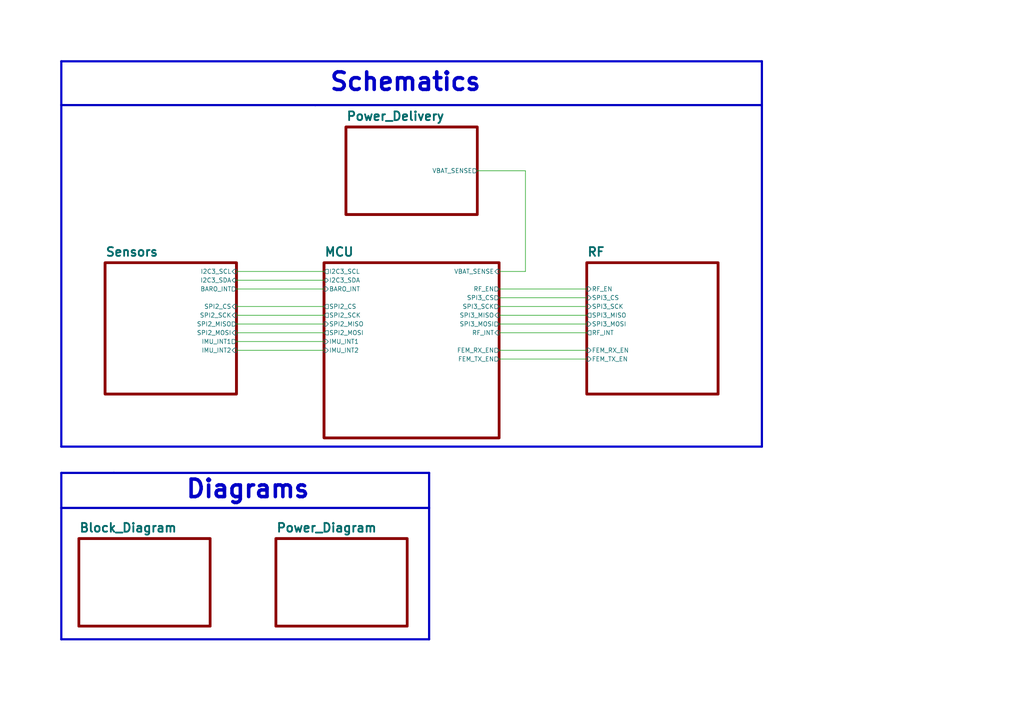
<source format=kicad_sch>
(kicad_sch
	(version 20250114)
	(generator "eeschema")
	(generator_version "9.0")
	(uuid "4a021a95-ba7b-44b1-a18a-6fc4a274b032")
	(paper "A4")
	(title_block
		(title "Budget_FC")
		(date "2025-12-05")
		(rev "A")
		(company "MaD_RaNgA")
	)
	(lib_symbols)
	(text "Schematics"
		(exclude_from_sim no)
		(at 117.602 23.876 0)
		(effects
			(font
				(size 5.08 5.08)
				(thickness 1.016)
				(bold yes)
			)
		)
		(uuid "0c12d7e1-2632-4614-b0da-14a5bfaad830")
	)
	(text "Diagrams"
		(exclude_from_sim no)
		(at 71.882 141.986 0)
		(effects
			(font
				(size 5.08 5.08)
				(thickness 1.016)
				(bold yes)
			)
		)
		(uuid "36e46c02-50e3-493c-8e64-fa1f120e08a8")
	)
	(polyline
		(pts
			(xy 220.98 17.78) (xy 220.98 129.54)
		)
		(stroke
			(width 0.635)
			(type solid)
		)
		(uuid "0618da10-38ff-4059-bed2-868bb52ab80a")
	)
	(polyline
		(pts
			(xy 17.78 30.48) (xy 91.44 30.48)
		)
		(stroke
			(width 0.635)
			(type solid)
		)
		(uuid "06d1e193-511d-4ff9-965e-7470c2440589")
	)
	(wire
		(pts
			(xy 144.78 88.9) (xy 170.18 88.9)
		)
		(stroke
			(width 0)
			(type default)
		)
		(uuid "1dfbce7e-177f-456d-852b-5541a361caa8")
	)
	(wire
		(pts
			(xy 144.78 93.98) (xy 170.18 93.98)
		)
		(stroke
			(width 0)
			(type default)
		)
		(uuid "2011a831-face-4732-983f-372598ab87c4")
	)
	(polyline
		(pts
			(xy 17.78 129.54) (xy 17.78 17.78)
		)
		(stroke
			(width 0.635)
			(type solid)
		)
		(uuid "2c0abcc0-6b49-4802-be31-6436c8ecea44")
	)
	(wire
		(pts
			(xy 144.78 91.44) (xy 170.18 91.44)
		)
		(stroke
			(width 0)
			(type default)
		)
		(uuid "2f030b54-c16d-4c2f-a5cd-ce105e6d1e71")
	)
	(polyline
		(pts
			(xy 17.78 185.42) (xy 124.46 185.42)
		)
		(stroke
			(width 0.635)
			(type solid)
		)
		(uuid "342a727a-7bd2-4301-bd45-321ec48ddced")
	)
	(wire
		(pts
			(xy 68.58 101.6) (xy 93.98 101.6)
		)
		(stroke
			(width 0)
			(type default)
		)
		(uuid "353bc550-fc38-4d90-8f87-4e7bad70a7f0")
	)
	(polyline
		(pts
			(xy 17.78 129.54) (xy 220.98 129.54)
		)
		(stroke
			(width 0.635)
			(type solid)
		)
		(uuid "41cbf218-41ec-4238-943f-a511f867b444")
	)
	(polyline
		(pts
			(xy 33.02 137.16) (xy 124.46 137.16)
		)
		(stroke
			(width 0.635)
			(type solid)
		)
		(uuid "45bc0898-4f44-4eee-8190-7b005700b4b3")
	)
	(wire
		(pts
			(xy 152.4 78.74) (xy 144.78 78.74)
		)
		(stroke
			(width 0)
			(type default)
		)
		(uuid "465cefd0-59d9-4ba2-836f-34ef80958498")
	)
	(wire
		(pts
			(xy 68.58 93.98) (xy 93.98 93.98)
		)
		(stroke
			(width 0)
			(type default)
		)
		(uuid "4f42e4e2-c1ca-46c7-85d7-4d34d00c77ea")
	)
	(polyline
		(pts
			(xy 124.46 185.42) (xy 124.46 137.16)
		)
		(stroke
			(width 0.635)
			(type solid)
		)
		(uuid "5882bb99-6b73-4651-addc-8fe2f76743f8")
	)
	(wire
		(pts
			(xy 144.78 86.36) (xy 170.18 86.36)
		)
		(stroke
			(width 0)
			(type default)
		)
		(uuid "5f9384fc-c8e0-474f-8651-69af2a6a2aaa")
	)
	(wire
		(pts
			(xy 138.43 49.53) (xy 152.4 49.53)
		)
		(stroke
			(width 0)
			(type default)
		)
		(uuid "63e5a019-5783-4efc-af43-51fa86e398fc")
	)
	(wire
		(pts
			(xy 144.78 96.52) (xy 170.18 96.52)
		)
		(stroke
			(width 0)
			(type default)
		)
		(uuid "66498bc4-4080-4c8a-a02b-b1a683680406")
	)
	(wire
		(pts
			(xy 144.78 101.6) (xy 170.18 101.6)
		)
		(stroke
			(width 0)
			(type default)
		)
		(uuid "6b1d402e-d5c6-4ee2-8434-a6c8aa6abaa9")
	)
	(wire
		(pts
			(xy 68.58 83.82) (xy 93.98 83.82)
		)
		(stroke
			(width 0)
			(type default)
		)
		(uuid "81520251-5f33-41a3-8576-77b401a02ce5")
	)
	(wire
		(pts
			(xy 144.78 83.82) (xy 170.18 83.82)
		)
		(stroke
			(width 0)
			(type default)
		)
		(uuid "87622192-a8cb-43a8-a7ee-7dc4b3d4f749")
	)
	(wire
		(pts
			(xy 68.58 99.06) (xy 93.98 99.06)
		)
		(stroke
			(width 0)
			(type default)
		)
		(uuid "88899ed2-bf7f-4a33-8db8-546f24d3d22c")
	)
	(wire
		(pts
			(xy 68.58 78.74) (xy 93.98 78.74)
		)
		(stroke
			(width 0)
			(type default)
		)
		(uuid "8b20aa50-f1c3-40f3-8b08-bfb6de513ea6")
	)
	(polyline
		(pts
			(xy 17.78 147.32) (xy 124.46 147.32)
		)
		(stroke
			(width 0.635)
			(type solid)
		)
		(uuid "8df99a1d-a4bb-4c60-9c12-76ba51e391cd")
	)
	(polyline
		(pts
			(xy 17.78 137.16) (xy 17.78 185.42)
		)
		(stroke
			(width 0.635)
			(type solid)
		)
		(uuid "9496fb84-774a-4e7c-8368-39ab32753bea")
	)
	(wire
		(pts
			(xy 152.4 49.53) (xy 152.4 78.74)
		)
		(stroke
			(width 0)
			(type default)
		)
		(uuid "9d52c985-aa63-4401-9213-5e8a4d872b70")
	)
	(polyline
		(pts
			(xy 33.02 137.16) (xy 17.78 137.16)
		)
		(stroke
			(width 0.635)
			(type solid)
		)
		(uuid "9d53ce92-dcd3-4fad-837d-27d33d0d7349")
	)
	(polyline
		(pts
			(xy 91.44 30.48) (xy 220.98 30.48)
		)
		(stroke
			(width 0.635)
			(type solid)
		)
		(uuid "aa8e398e-a937-47f8-ac67-6979cecbf799")
	)
	(wire
		(pts
			(xy 68.58 81.28) (xy 93.98 81.28)
		)
		(stroke
			(width 0)
			(type default)
		)
		(uuid "c8eab9e4-38c4-4ecf-b337-dc8fff5dd383")
	)
	(wire
		(pts
			(xy 144.78 104.14) (xy 170.18 104.14)
		)
		(stroke
			(width 0)
			(type default)
		)
		(uuid "d722eb90-41e7-4fbe-a02f-1955530d3f68")
	)
	(wire
		(pts
			(xy 68.58 91.44) (xy 93.98 91.44)
		)
		(stroke
			(width 0)
			(type default)
		)
		(uuid "db74fd23-62fa-4b9f-b559-8eaa2decb001")
	)
	(wire
		(pts
			(xy 68.58 88.9) (xy 93.98 88.9)
		)
		(stroke
			(width 0)
			(type default)
		)
		(uuid "df60c4ab-c0a6-4073-9959-9efcd0c5e133")
	)
	(polyline
		(pts
			(xy 17.78 17.78) (xy 220.98 17.78)
		)
		(stroke
			(width 0.635)
			(type solid)
		)
		(uuid "f3d95abe-4c45-4f5c-adf4-bb25b9acaa7c")
	)
	(wire
		(pts
			(xy 68.58 96.52) (xy 93.98 96.52)
		)
		(stroke
			(width 0)
			(type default)
		)
		(uuid "fdc1816a-0d9a-4a03-990e-1bb7a14161c3")
	)
	(sheet
		(at 170.18 76.2)
		(size 38.1 38.1)
		(exclude_from_sim no)
		(in_bom yes)
		(on_board yes)
		(dnp no)
		(fields_autoplaced yes)
		(stroke
			(width 0.762)
			(type solid)
		)
		(fill
			(color 0 0 0 0.0000)
		)
		(uuid "24c0f7a4-cb13-4b7b-b1f3-92eb87ffed7a")
		(property "Sheetname" "RF"
			(at 170.18 74.5486 0)
			(effects
				(font
					(size 2.54 2.54)
					(thickness 0.508)
					(bold yes)
				)
				(justify left bottom)
			)
		)
		(property "Sheetfile" "RF.kicad_sch"
			(at 170.18 115.1894 0)
			(effects
				(font
					(size 1.27 1.27)
				)
				(justify left top)
				(hide yes)
			)
		)
		(pin "SPI3_MOSI" input
			(at 170.18 93.98 180)
			(uuid "10b84bde-36c2-4fa8-abd4-cd576599c2f6")
			(effects
				(font
					(size 1.27 1.27)
				)
				(justify left)
			)
		)
		(pin "SPI3_CS" input
			(at 170.18 86.36 180)
			(uuid "2838ea77-79b2-44e1-b0d4-9a1e44949f51")
			(effects
				(font
					(size 1.27 1.27)
				)
				(justify left)
			)
		)
		(pin "SPI3_MISO" output
			(at 170.18 91.44 180)
			(uuid "15721335-1614-420d-899f-1ca7b339de05")
			(effects
				(font
					(size 1.27 1.27)
				)
				(justify left)
			)
		)
		(pin "SPI3_SCK" input
			(at 170.18 88.9 180)
			(uuid "c25e14ec-ae1a-4969-a6df-2a7c05a4a6f5")
			(effects
				(font
					(size 1.27 1.27)
				)
				(justify left)
			)
		)
		(pin "RF_INT" output
			(at 170.18 96.52 180)
			(uuid "71a0aac6-d091-406b-b68f-910435db8bd5")
			(effects
				(font
					(size 1.27 1.27)
				)
				(justify left)
			)
		)
		(pin "RF_EN" input
			(at 170.18 83.82 180)
			(uuid "3f1f2907-be67-4d98-91c9-5f6ce647f69d")
			(effects
				(font
					(size 1.27 1.27)
				)
				(justify left)
			)
		)
		(pin "FEM_TX_EN" input
			(at 170.18 104.14 180)
			(uuid "578d6d04-42ef-412d-bdde-b2e1f50705bc")
			(effects
				(font
					(size 1.27 1.27)
				)
				(justify left)
			)
		)
		(pin "FEM_RX_EN" input
			(at 170.18 101.6 180)
			(uuid "ef1987f7-36e4-431e-8654-d0efcf798500")
			(effects
				(font
					(size 1.27 1.27)
				)
				(justify left)
			)
		)
		(instances
			(project "Budget_FC"
				(path "/4a021a95-ba7b-44b1-a18a-6fc4a274b032"
					(page "7")
				)
			)
		)
	)
	(sheet
		(at 80.01 156.21)
		(size 38.1 25.4)
		(exclude_from_sim yes)
		(in_bom no)
		(on_board no)
		(dnp no)
		(fields_autoplaced yes)
		(stroke
			(width 0.762)
			(type solid)
		)
		(fill
			(color 0 0 0 0.0000)
		)
		(uuid "4069db5c-d84a-41fa-9a5b-ce7e54de70e5")
		(property "Sheetname" "Power_Diagram"
			(at 80.01 154.5586 0)
			(effects
				(font
					(size 2.54 2.54)
					(thickness 0.508)
					(bold yes)
				)
				(justify left bottom)
			)
		)
		(property "Sheetfile" "Power_Diagram.kicad_sch"
			(at 80.01 182.4994 0)
			(effects
				(font
					(size 1.27 1.27)
				)
				(justify left top)
				(hide yes)
			)
		)
		(instances
			(project "Budget_FC"
				(path "/4a021a95-ba7b-44b1-a18a-6fc4a274b032"
					(page "3")
				)
			)
		)
	)
	(sheet
		(at 100.33 36.83)
		(size 38.1 25.4)
		(exclude_from_sim no)
		(in_bom yes)
		(on_board yes)
		(dnp no)
		(fields_autoplaced yes)
		(stroke
			(width 0.762)
			(type solid)
		)
		(fill
			(color 0 0 0 0.0000)
		)
		(uuid "44ad1625-b93c-4571-bf9f-e884e867520c")
		(property "Sheetname" "Power_Delivery"
			(at 100.33 35.1786 0)
			(effects
				(font
					(size 2.54 2.54)
					(thickness 0.508)
					(bold yes)
				)
				(justify left bottom)
			)
		)
		(property "Sheetfile" "Power_Delivery.kicad_sch"
			(at 100.33 63.1194 0)
			(effects
				(font
					(size 1.27 1.27)
				)
				(justify left top)
				(hide yes)
			)
		)
		(pin "VBAT_SENSE" output
			(at 138.43 49.53 0)
			(uuid "545fad2e-1d3f-4581-b526-ba3cd052bb7b")
			(effects
				(font
					(size 1.27 1.27)
				)
				(justify right)
			)
		)
		(instances
			(project "Budget_FC"
				(path "/4a021a95-ba7b-44b1-a18a-6fc4a274b032"
					(page "4")
				)
			)
		)
	)
	(sheet
		(at 93.98 76.2)
		(size 50.8 50.8)
		(exclude_from_sim no)
		(in_bom yes)
		(on_board yes)
		(dnp no)
		(fields_autoplaced yes)
		(stroke
			(width 0.762)
			(type solid)
		)
		(fill
			(color 0 0 0 0.0000)
		)
		(uuid "519d1fb6-c4dc-4a0e-8000-3515218905c7")
		(property "Sheetname" "MCU"
			(at 93.98 74.5486 0)
			(effects
				(font
					(size 2.54 2.54)
					(thickness 0.508)
					(bold yes)
				)
				(justify left bottom)
			)
		)
		(property "Sheetfile" "MCU.kicad_sch"
			(at 93.98 127.8894 0)
			(effects
				(font
					(size 1.27 1.27)
				)
				(justify left top)
				(hide yes)
			)
		)
		(pin "IMU_INT1" input
			(at 93.98 99.06 180)
			(uuid "65fd9990-1efb-4e0e-b83b-e1aba2f08c4b")
			(effects
				(font
					(size 1.27 1.27)
				)
				(justify left)
			)
		)
		(pin "SPI3_MOSI" output
			(at 144.78 93.98 0)
			(uuid "89eb7cf3-792c-4fed-8151-c50c710d9878")
			(effects
				(font
					(size 1.27 1.27)
				)
				(justify right)
			)
		)
		(pin "SPI3_MISO" input
			(at 144.78 91.44 0)
			(uuid "5d47d13a-7968-48c0-99cc-3f45096f06c3")
			(effects
				(font
					(size 1.27 1.27)
				)
				(justify right)
			)
		)
		(pin "SPI2_CS" output
			(at 93.98 88.9 180)
			(uuid "515dde12-b691-4cb8-b4a2-89654529dfda")
			(effects
				(font
					(size 1.27 1.27)
				)
				(justify left)
			)
		)
		(pin "SPI2_MOSI" output
			(at 93.98 96.52 180)
			(uuid "5bb48787-631d-4ea3-ac6e-63f2cf1a0414")
			(effects
				(font
					(size 1.27 1.27)
				)
				(justify left)
			)
		)
		(pin "SPI2_MISO" input
			(at 93.98 93.98 180)
			(uuid "7ebaf8f5-63bf-4ac2-8b4d-d5330999d5dc")
			(effects
				(font
					(size 1.27 1.27)
				)
				(justify left)
			)
		)
		(pin "SPI2_SCK" output
			(at 93.98 91.44 180)
			(uuid "4be54b0a-5745-49de-8bab-fefc3d213da8")
			(effects
				(font
					(size 1.27 1.27)
				)
				(justify left)
			)
		)
		(pin "I2C3_SDA" bidirectional
			(at 93.98 81.28 180)
			(uuid "c6cf8f0c-9289-4415-9163-531f1dfefc87")
			(effects
				(font
					(size 1.27 1.27)
				)
				(justify left)
			)
		)
		(pin "BARO_INT" input
			(at 93.98 83.82 180)
			(uuid "7c1567d0-aff2-4b49-92f4-38a21b6c1822")
			(effects
				(font
					(size 1.27 1.27)
				)
				(justify left)
			)
		)
		(pin "I2C3_SCL" output
			(at 93.98 78.74 180)
			(uuid "caa8c93d-3147-4a91-bcb3-6d766f6f26c5")
			(effects
				(font
					(size 1.27 1.27)
				)
				(justify left)
			)
		)
		(pin "IMU_INT2" input
			(at 93.98 101.6 180)
			(uuid "7e484815-643c-4643-b975-3fa00718eb51")
			(effects
				(font
					(size 1.27 1.27)
				)
				(justify left)
			)
		)
		(pin "SPI3_CS" output
			(at 144.78 86.36 0)
			(uuid "32417e48-b6a6-4318-882d-67df6068ed08")
			(effects
				(font
					(size 1.27 1.27)
				)
				(justify right)
			)
		)
		(pin "RF_INT" input
			(at 144.78 96.52 0)
			(uuid "782042eb-975b-4e0a-a9f4-b5ba311fa1cf")
			(effects
				(font
					(size 1.27 1.27)
				)
				(justify right)
			)
		)
		(pin "FEM_TX_EN" output
			(at 144.78 104.14 0)
			(uuid "b34e0c1b-93d1-43b3-bbd2-348b7d733b61")
			(effects
				(font
					(size 1.27 1.27)
				)
				(justify right)
			)
		)
		(pin "FEM_RX_EN" output
			(at 144.78 101.6 0)
			(uuid "c85286a0-4952-4413-96bd-7f00ca0dd864")
			(effects
				(font
					(size 1.27 1.27)
				)
				(justify right)
			)
		)
		(pin "RF_EN" output
			(at 144.78 83.82 0)
			(uuid "63368095-0d05-4090-bafd-b882027cdf35")
			(effects
				(font
					(size 1.27 1.27)
				)
				(justify right)
			)
		)
		(pin "SPI3_SCK" output
			(at 144.78 88.9 0)
			(uuid "985b9419-28df-4b6c-8009-c58127deca81")
			(effects
				(font
					(size 1.27 1.27)
				)
				(justify right)
			)
		)
		(pin "VBAT_SENSE" input
			(at 144.78 78.74 0)
			(uuid "6d4811ac-945b-4c21-97c2-71967c8f3a53")
			(effects
				(font
					(size 1.27 1.27)
				)
				(justify right)
			)
		)
		(instances
			(project "Budget_FC"
				(path "/4a021a95-ba7b-44b1-a18a-6fc4a274b032"
					(page "5")
				)
			)
		)
	)
	(sheet
		(at 30.48 76.2)
		(size 38.1 38.1)
		(exclude_from_sim no)
		(in_bom yes)
		(on_board yes)
		(dnp no)
		(fields_autoplaced yes)
		(stroke
			(width 0.762)
			(type solid)
		)
		(fill
			(color 0 0 0 0.0000)
		)
		(uuid "86e99081-f121-4d99-a6fc-c811b9747cd3")
		(property "Sheetname" "Sensors"
			(at 30.48 74.5486 0)
			(effects
				(font
					(size 2.54 2.54)
					(thickness 0.508)
					(bold yes)
				)
				(justify left bottom)
			)
		)
		(property "Sheetfile" "Sensors.kicad_sch"
			(at 30.48 115.1894 0)
			(effects
				(font
					(size 1.27 1.27)
				)
				(justify left top)
				(hide yes)
			)
		)
		(pin "IMU_INT1" output
			(at 68.58 99.06 0)
			(uuid "2025ed4c-9f81-4fec-9df9-2cfbb64e04f9")
			(effects
				(font
					(size 1.27 1.27)
				)
				(justify right)
			)
		)
		(pin "SPI2_MOSI" input
			(at 68.58 96.52 0)
			(uuid "8586bdbd-ed05-4fa7-8be1-d70975e8792f")
			(effects
				(font
					(size 1.27 1.27)
				)
				(justify right)
			)
		)
		(pin "SPI2_MISO" output
			(at 68.58 93.98 0)
			(uuid "5754ff51-0ca7-48c9-80c0-d9df1292a6f4")
			(effects
				(font
					(size 1.27 1.27)
				)
				(justify right)
			)
		)
		(pin "SPI2_SCK" input
			(at 68.58 91.44 0)
			(uuid "5b32de48-2d9b-4e80-88ef-6f8968fc7219")
			(effects
				(font
					(size 1.27 1.27)
				)
				(justify right)
			)
		)
		(pin "SPI2_CS" input
			(at 68.58 88.9 0)
			(uuid "afdf83e1-8eb3-4688-b216-c50195e156e9")
			(effects
				(font
					(size 1.27 1.27)
				)
				(justify right)
			)
		)
		(pin "I2C3_SDA" bidirectional
			(at 68.58 81.28 0)
			(uuid "0eb7e7f0-f4de-4755-8fab-45b264830beb")
			(effects
				(font
					(size 1.27 1.27)
				)
				(justify right)
			)
		)
		(pin "I2C3_SCL" input
			(at 68.58 78.74 0)
			(uuid "a130fe60-0950-43dd-ab73-0eba971c651f")
			(effects
				(font
					(size 1.27 1.27)
				)
				(justify right)
			)
		)
		(pin "BARO_INT" output
			(at 68.58 83.82 0)
			(uuid "964240f4-7269-4406-8812-adb0f2a58e72")
			(effects
				(font
					(size 1.27 1.27)
				)
				(justify right)
			)
		)
		(pin "IMU_INT2" input
			(at 68.58 101.6 0)
			(uuid "379314e1-81db-4b33-ba72-5a5e3b6da941")
			(effects
				(font
					(size 1.27 1.27)
				)
				(justify right)
			)
		)
		(instances
			(project "Budget_FC"
				(path "/4a021a95-ba7b-44b1-a18a-6fc4a274b032"
					(page "6")
				)
			)
		)
	)
	(sheet
		(at 22.86 156.21)
		(size 38.1 25.4)
		(exclude_from_sim yes)
		(in_bom no)
		(on_board no)
		(dnp no)
		(fields_autoplaced yes)
		(stroke
			(width 0.762)
			(type solid)
		)
		(fill
			(color 0 0 0 0.0000)
		)
		(uuid "c8d4cc4a-99b6-4474-bb71-05141d2d90a6")
		(property "Sheetname" "Block_Diagram"
			(at 22.86 154.5586 0)
			(effects
				(font
					(size 2.54 2.54)
					(thickness 0.508)
					(bold yes)
				)
				(justify left bottom)
			)
		)
		(property "Sheetfile" "Block_Diagram.kicad_sch"
			(at 22.86 182.4994 0)
			(effects
				(font
					(size 1.27 1.27)
				)
				(justify left top)
				(hide yes)
			)
		)
		(instances
			(project "Budget_FC"
				(path "/4a021a95-ba7b-44b1-a18a-6fc4a274b032"
					(page "2")
				)
			)
		)
	)
	(sheet_instances
		(path "/"
			(page "1")
		)
	)
	(embedded_fonts no)
)

</source>
